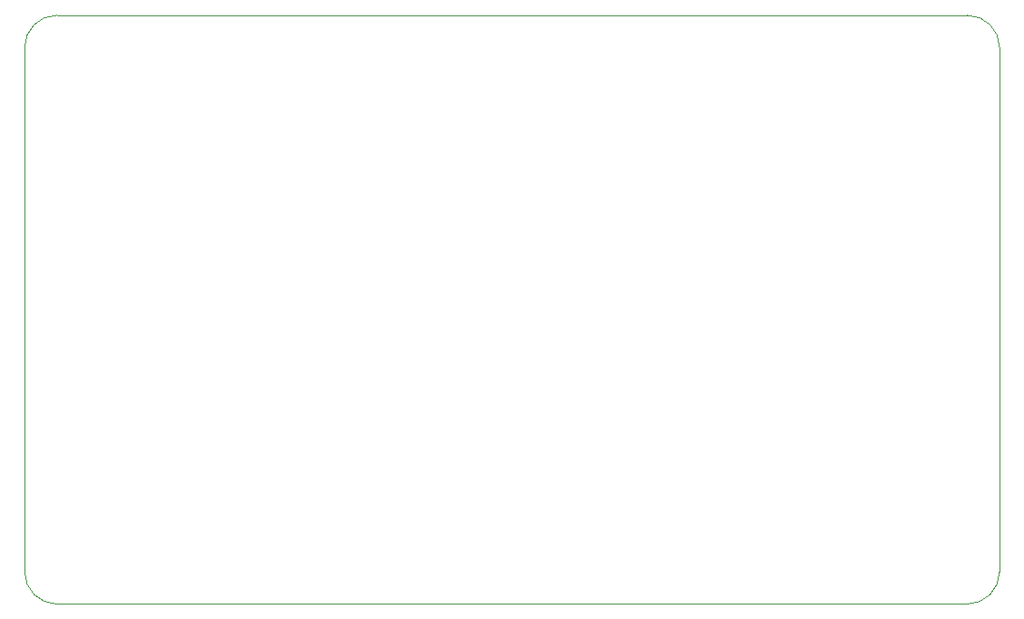
<source format=gm1>
G04 #@! TF.GenerationSoftware,KiCad,Pcbnew,(5.1.10)-1*
G04 #@! TF.CreationDate,2021-05-18T23:44:27-07:00*
G04 #@! TF.ProjectId,mkbd-guide,6d6b6264-2d67-4756-9964-652e6b696361,rev?*
G04 #@! TF.SameCoordinates,Original*
G04 #@! TF.FileFunction,Profile,NP*
%FSLAX46Y46*%
G04 Gerber Fmt 4.6, Leading zero omitted, Abs format (unit mm)*
G04 Created by KiCad (PCBNEW (5.1.10)-1) date 2021-05-18 23:44:27*
%MOMM*%
%LPD*%
G01*
G04 APERTURE LIST*
G04 #@! TA.AperFunction,Profile*
%ADD10C,0.050000*%
G04 #@! TD*
G04 APERTURE END LIST*
D10*
X126206250Y-76818750D02*
X126206250Y-125818750D01*
X129206250Y-128818750D02*
X214206250Y-128818750D01*
X217206250Y-76818750D02*
X217206250Y-125818750D01*
X214206250Y-73818750D02*
X129206250Y-73818750D01*
X214206250Y-73818750D02*
G75*
G02*
X217206250Y-76818750I0J-3000000D01*
G01*
X217206250Y-125818750D02*
G75*
G02*
X214206250Y-128818750I-3000000J0D01*
G01*
X129206250Y-128818750D02*
G75*
G02*
X126206250Y-125818750I0J3000000D01*
G01*
X126206250Y-76818750D02*
G75*
G02*
X129206250Y-73818750I3000000J0D01*
G01*
M02*

</source>
